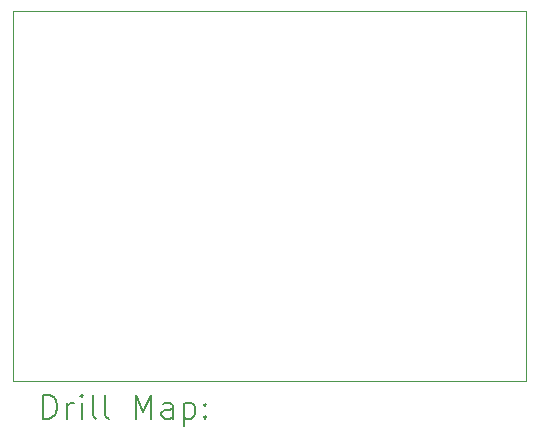
<source format=gbr>
%FSLAX45Y45*%
G04 Gerber Fmt 4.5, Leading zero omitted, Abs format (unit mm)*
G04 Created by KiCad (PCBNEW (6.0.5)) date 2023-05-04 10:03:02*
%MOMM*%
%LPD*%
G01*
G04 APERTURE LIST*
%TA.AperFunction,Profile*%
%ADD10C,0.100000*%
%TD*%
%ADD11C,0.200000*%
G04 APERTURE END LIST*
D10*
X11595100Y-7642900D02*
X15938500Y-7642900D01*
X15938500Y-7642900D02*
X15938500Y-10779800D01*
X15938500Y-10779800D02*
X11595100Y-10779800D01*
X11595100Y-10779800D02*
X11595100Y-7642900D01*
D11*
X11847719Y-11095276D02*
X11847719Y-10895276D01*
X11895338Y-10895276D01*
X11923909Y-10904800D01*
X11942957Y-10923848D01*
X11952481Y-10942895D01*
X11962005Y-10980990D01*
X11962005Y-11009562D01*
X11952481Y-11047657D01*
X11942957Y-11066705D01*
X11923909Y-11085752D01*
X11895338Y-11095276D01*
X11847719Y-11095276D01*
X12047719Y-11095276D02*
X12047719Y-10961943D01*
X12047719Y-11000038D02*
X12057243Y-10980990D01*
X12066767Y-10971467D01*
X12085814Y-10961943D01*
X12104862Y-10961943D01*
X12171528Y-11095276D02*
X12171528Y-10961943D01*
X12171528Y-10895276D02*
X12162005Y-10904800D01*
X12171528Y-10914324D01*
X12181052Y-10904800D01*
X12171528Y-10895276D01*
X12171528Y-10914324D01*
X12295338Y-11095276D02*
X12276290Y-11085752D01*
X12266767Y-11066705D01*
X12266767Y-10895276D01*
X12400100Y-11095276D02*
X12381052Y-11085752D01*
X12371528Y-11066705D01*
X12371528Y-10895276D01*
X12628671Y-11095276D02*
X12628671Y-10895276D01*
X12695338Y-11038133D01*
X12762005Y-10895276D01*
X12762005Y-11095276D01*
X12942957Y-11095276D02*
X12942957Y-10990514D01*
X12933433Y-10971467D01*
X12914386Y-10961943D01*
X12876290Y-10961943D01*
X12857243Y-10971467D01*
X12942957Y-11085752D02*
X12923909Y-11095276D01*
X12876290Y-11095276D01*
X12857243Y-11085752D01*
X12847719Y-11066705D01*
X12847719Y-11047657D01*
X12857243Y-11028610D01*
X12876290Y-11019086D01*
X12923909Y-11019086D01*
X12942957Y-11009562D01*
X13038195Y-10961943D02*
X13038195Y-11161943D01*
X13038195Y-10971467D02*
X13057243Y-10961943D01*
X13095338Y-10961943D01*
X13114386Y-10971467D01*
X13123909Y-10980990D01*
X13133433Y-11000038D01*
X13133433Y-11057181D01*
X13123909Y-11076229D01*
X13114386Y-11085752D01*
X13095338Y-11095276D01*
X13057243Y-11095276D01*
X13038195Y-11085752D01*
X13219148Y-11076229D02*
X13228671Y-11085752D01*
X13219148Y-11095276D01*
X13209624Y-11085752D01*
X13219148Y-11076229D01*
X13219148Y-11095276D01*
X13219148Y-10971467D02*
X13228671Y-10980990D01*
X13219148Y-10990514D01*
X13209624Y-10980990D01*
X13219148Y-10971467D01*
X13219148Y-10990514D01*
M02*

</source>
